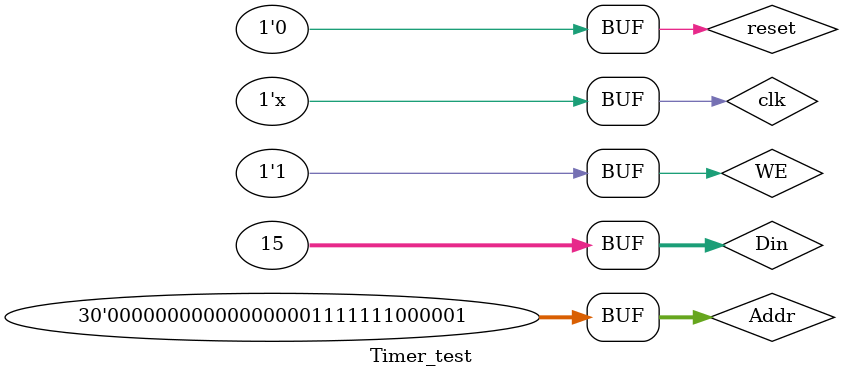
<source format=v>
`timescale 1ns / 1ps


module Timer_test;

	// Inputs
	reg clk;
	reg reset;
	reg [31:2] Addr;
	reg WE;
	reg [31:0] Din;

	// Outputs
	wire [31:0] Dout;
	wire IRQ;

	// Instantiate the Unit Under Test (UUT)
	Timer uut (
		.clk(clk), 
		.reset(reset), 
		.Addr(Addr), 
		.WE(WE), 
		.Din(Din), 
		.Dout(Dout), 
		.IRQ(IRQ)
	);

	initial begin
		// Initialize Inputs
		clk = 0;
		reset = 0;
		Addr = 0;
		WE = 0;
		Din = 0;

		// Wait 100 ns for global reset to finish
		#100;
      Addr = 30'h1fc1;
		Din = 32'hf;
		WE = 1;
		// Add stimulus here

	end
   
	always #5 clk = ~clk;
   
endmodule


</source>
